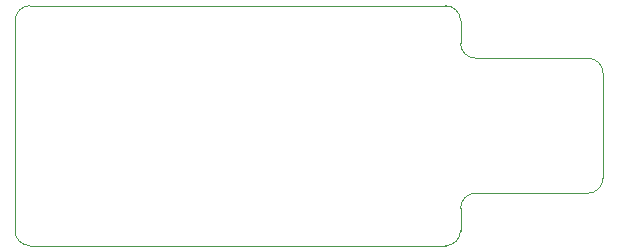
<source format=gbr>
G04 #@! TF.GenerationSoftware,KiCad,Pcbnew,5.1.6-c6e7f7d~86~ubuntu20.04.1*
G04 #@! TF.CreationDate,2020-07-10T15:34:56+05:00*
G04 #@! TF.ProjectId,Main,4d61696e-2e6b-4696-9361-645f70636258,rev?*
G04 #@! TF.SameCoordinates,Original*
G04 #@! TF.FileFunction,Profile,NP*
%FSLAX46Y46*%
G04 Gerber Fmt 4.6, Leading zero omitted, Abs format (unit mm)*
G04 Created by KiCad (PCBNEW 5.1.6-c6e7f7d~86~ubuntu20.04.1) date 2020-07-10 15:34:56*
%MOMM*%
%LPD*%
G01*
G04 APERTURE LIST*
G04 #@! TA.AperFunction,Profile*
%ADD10C,0.050000*%
G04 #@! TD*
G04 APERTURE END LIST*
D10*
X175895000Y-95885000D02*
G75*
G02*
X174625000Y-94615000I0J1270000D01*
G01*
X174625000Y-108585000D02*
G75*
G02*
X175895000Y-107315000I1270000J0D01*
G01*
X185420000Y-95885000D02*
G75*
G02*
X186690000Y-97155000I0J-1270000D01*
G01*
X186690000Y-106045000D02*
G75*
G02*
X185420000Y-107315000I-1270000J0D01*
G01*
X174625000Y-108585000D02*
X174625000Y-110490000D01*
X174625000Y-92710000D02*
X174625000Y-94615000D01*
X185420000Y-107315000D02*
X175895000Y-107315000D01*
X186690000Y-97155000D02*
X186690000Y-106045000D01*
X175895000Y-95885000D02*
X185420000Y-95885000D01*
X173355000Y-91440000D02*
G75*
G02*
X174625000Y-92710000I0J-1270000D01*
G01*
X174625000Y-110490000D02*
G75*
G02*
X173355000Y-111760000I-1270000J0D01*
G01*
X138176000Y-111760000D02*
G75*
G02*
X136906000Y-110490000I0J1270000D01*
G01*
X136906000Y-92710000D02*
G75*
G02*
X138176000Y-91440000I1270000J0D01*
G01*
X173355000Y-91440000D02*
X138176000Y-91440000D01*
X138176000Y-111760000D02*
X173355000Y-111760000D01*
X136906000Y-92710000D02*
X136906000Y-110490000D01*
M02*

</source>
